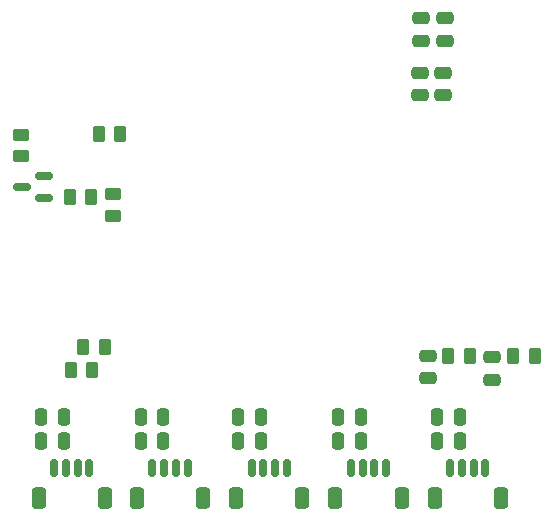
<source format=gbr>
%TF.GenerationSoftware,KiCad,Pcbnew,(6.0.9)*%
%TF.CreationDate,2022-11-19T08:58:37-07:00*%
%TF.ProjectId,AQM,41514d2e-6b69-4636-9164-5f7063625858,rev?*%
%TF.SameCoordinates,Original*%
%TF.FileFunction,Paste,Top*%
%TF.FilePolarity,Positive*%
%FSLAX46Y46*%
G04 Gerber Fmt 4.6, Leading zero omitted, Abs format (unit mm)*
G04 Created by KiCad (PCBNEW (6.0.9)) date 2022-11-19 08:58:37*
%MOMM*%
%LPD*%
G01*
G04 APERTURE LIST*
G04 Aperture macros list*
%AMRoundRect*
0 Rectangle with rounded corners*
0 $1 Rounding radius*
0 $2 $3 $4 $5 $6 $7 $8 $9 X,Y pos of 4 corners*
0 Add a 4 corners polygon primitive as box body*
4,1,4,$2,$3,$4,$5,$6,$7,$8,$9,$2,$3,0*
0 Add four circle primitives for the rounded corners*
1,1,$1+$1,$2,$3*
1,1,$1+$1,$4,$5*
1,1,$1+$1,$6,$7*
1,1,$1+$1,$8,$9*
0 Add four rect primitives between the rounded corners*
20,1,$1+$1,$2,$3,$4,$5,0*
20,1,$1+$1,$4,$5,$6,$7,0*
20,1,$1+$1,$6,$7,$8,$9,0*
20,1,$1+$1,$8,$9,$2,$3,0*%
G04 Aperture macros list end*
%ADD10RoundRect,0.250000X0.450000X-0.262500X0.450000X0.262500X-0.450000X0.262500X-0.450000X-0.262500X0*%
%ADD11RoundRect,0.250000X0.262500X0.450000X-0.262500X0.450000X-0.262500X-0.450000X0.262500X-0.450000X0*%
%ADD12RoundRect,0.150000X0.587500X0.150000X-0.587500X0.150000X-0.587500X-0.150000X0.587500X-0.150000X0*%
%ADD13RoundRect,0.250000X0.250000X0.475000X-0.250000X0.475000X-0.250000X-0.475000X0.250000X-0.475000X0*%
%ADD14RoundRect,0.250000X0.475000X-0.250000X0.475000X0.250000X-0.475000X0.250000X-0.475000X-0.250000X0*%
%ADD15RoundRect,0.150000X0.150000X0.625000X-0.150000X0.625000X-0.150000X-0.625000X0.150000X-0.625000X0*%
%ADD16RoundRect,0.250000X0.350000X0.650000X-0.350000X0.650000X-0.350000X-0.650000X0.350000X-0.650000X0*%
%ADD17RoundRect,0.250000X-0.262500X-0.450000X0.262500X-0.450000X0.262500X0.450000X-0.262500X0.450000X0*%
%ADD18RoundRect,0.250000X-0.475000X0.250000X-0.475000X-0.250000X0.475000X-0.250000X0.475000X0.250000X0*%
G04 APERTURE END LIST*
D10*
%TO.C,R8*%
X99020000Y-56462500D03*
X99020000Y-54637500D03*
%TD*%
D11*
%TO.C,R7*%
X104942500Y-59920000D03*
X103117500Y-59920000D03*
%TD*%
D10*
%TO.C,R6*%
X106780000Y-61532500D03*
X106780000Y-59707500D03*
%TD*%
D12*
%TO.C,Q1*%
X99082500Y-59090000D03*
X100957500Y-58140000D03*
X100957500Y-60040000D03*
%TD*%
D13*
%TO.C,C7*%
X136113600Y-78587600D03*
X134213600Y-78587600D03*
%TD*%
D14*
%TO.C,C1*%
X132750000Y-51300000D03*
X132750000Y-49400000D03*
%TD*%
D15*
%TO.C,J1*%
X138300000Y-82875000D03*
X137300000Y-82875000D03*
X136300000Y-82875000D03*
X135300000Y-82875000D03*
D16*
X139600000Y-85400000D03*
X134000000Y-85400000D03*
%TD*%
%TO.C,J5*%
X131200000Y-85400000D03*
X125600000Y-85400000D03*
D15*
X126900000Y-82875000D03*
X127900000Y-82875000D03*
X128900000Y-82875000D03*
X129900000Y-82875000D03*
%TD*%
D13*
%TO.C,C10*%
X119263200Y-80568800D03*
X117363200Y-80568800D03*
%TD*%
D17*
%TO.C,R4*%
X105001700Y-74574400D03*
X103176700Y-74574400D03*
%TD*%
D16*
%TO.C,J2*%
X122800000Y-85400000D03*
X117200000Y-85400000D03*
D15*
X118500000Y-82875000D03*
X119500000Y-82875000D03*
X120500000Y-82875000D03*
X121500000Y-82875000D03*
%TD*%
D18*
%TO.C,C6*%
X138825000Y-73475000D03*
X138825000Y-75375000D03*
%TD*%
D13*
%TO.C,C11*%
X100700800Y-80568800D03*
X102600800Y-80568800D03*
%TD*%
D16*
%TO.C,J3*%
X106075000Y-85400000D03*
X100475000Y-85400000D03*
D15*
X101775000Y-82875000D03*
X102775000Y-82875000D03*
X103775000Y-82875000D03*
X104775000Y-82875000D03*
%TD*%
D17*
%TO.C,R2*%
X135162500Y-73350000D03*
X136987500Y-73350000D03*
%TD*%
D13*
%TO.C,C14*%
X102600800Y-78587600D03*
X100700800Y-78587600D03*
%TD*%
D14*
%TO.C,C2*%
X134725000Y-51300000D03*
X134725000Y-49400000D03*
%TD*%
D13*
%TO.C,C12*%
X111033600Y-80568800D03*
X109133600Y-80568800D03*
%TD*%
D16*
%TO.C,J4*%
X114400000Y-85400000D03*
X108800000Y-85400000D03*
D15*
X110100000Y-82875000D03*
X111100000Y-82875000D03*
X112100000Y-82875000D03*
X113100000Y-82875000D03*
%TD*%
D18*
%TO.C,C5*%
X133425000Y-73375000D03*
X133425000Y-75275000D03*
%TD*%
D13*
%TO.C,C8*%
X119263200Y-78587600D03*
X117363200Y-78587600D03*
%TD*%
%TO.C,C9*%
X136128800Y-80568800D03*
X134228800Y-80568800D03*
%TD*%
%TO.C,C13*%
X127746800Y-80568800D03*
X125846800Y-80568800D03*
%TD*%
%TO.C,C15*%
X111033600Y-78587600D03*
X109133600Y-78587600D03*
%TD*%
D17*
%TO.C,R5*%
X106068500Y-72593200D03*
X104243500Y-72593200D03*
%TD*%
D11*
%TO.C,R1*%
X107375000Y-54600000D03*
X105550000Y-54600000D03*
%TD*%
D13*
%TO.C,C16*%
X127746800Y-78568800D03*
X125846800Y-78568800D03*
%TD*%
D18*
%TO.C,C3*%
X132850000Y-44775000D03*
X132850000Y-46675000D03*
%TD*%
D17*
%TO.C,R3*%
X140662500Y-73375000D03*
X142487500Y-73375000D03*
%TD*%
D18*
%TO.C,C4*%
X134850000Y-44780000D03*
X134850000Y-46680000D03*
%TD*%
M02*

</source>
